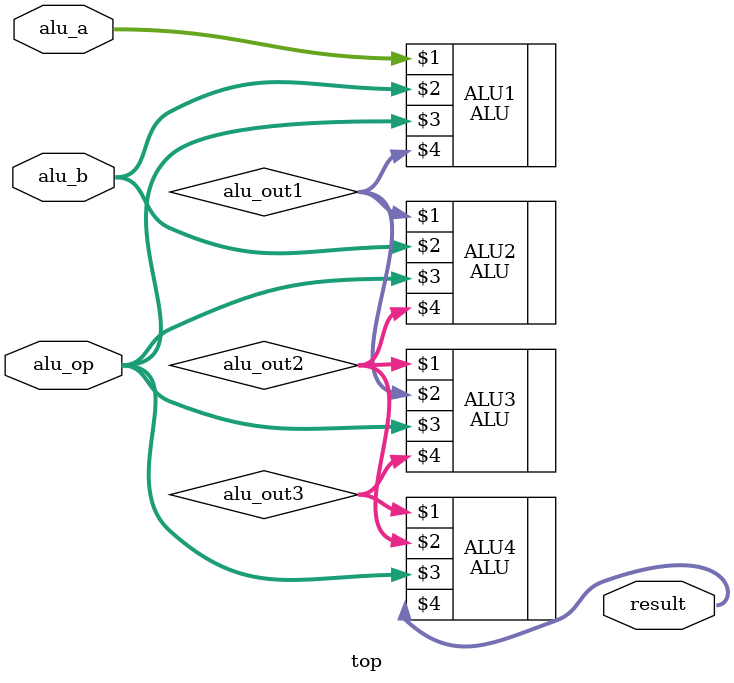
<source format=v>
`timescale 1ns / 1ps

module top(
input [31:0] alu_a,
input [31:0] alu_b,
input [4:0] alu_op,
output [31:0] result
    );
     
wire [31:0] alu_out1,alu_out2,alu_out3;

ALU ALU1(alu_a,alu_b,alu_op,alu_out1);
ALU ALU2(alu_out1,alu_b,alu_op,alu_out2);
ALU ALU3(alu_out2,alu_out1,alu_op,alu_out3);
ALU ALU4(alu_out3,alu_out2,alu_op,result);

endmodule
</source>
